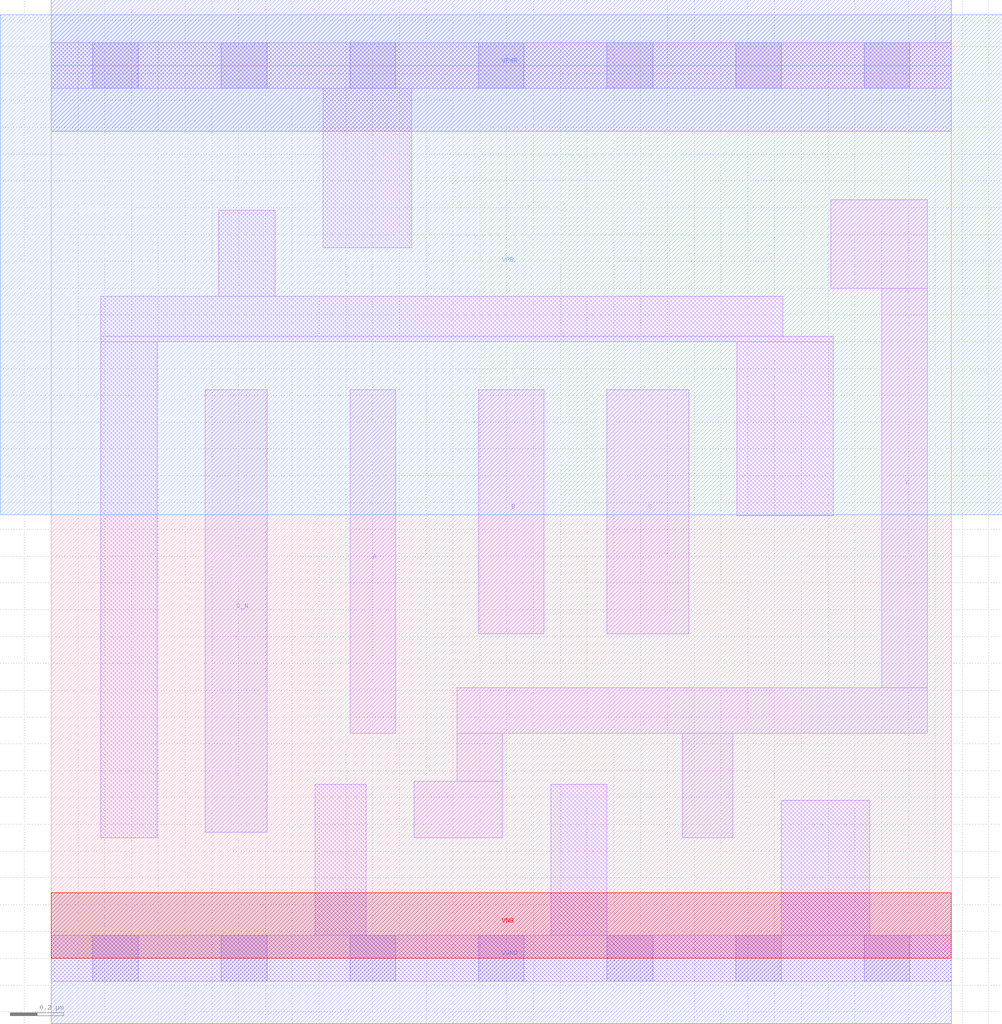
<source format=lef>
# Copyright 2020 The SkyWater PDK Authors
#
# Licensed under the Apache License, Version 2.0 (the "License");
# you may not use this file except in compliance with the License.
# You may obtain a copy of the License at
#
#     https://www.apache.org/licenses/LICENSE-2.0
#
# Unless required by applicable law or agreed to in writing, software
# distributed under the License is distributed on an "AS IS" BASIS,
# WITHOUT WARRANTIES OR CONDITIONS OF ANY KIND, either express or implied.
# See the License for the specific language governing permissions and
# limitations under the License.
#
# SPDX-License-Identifier: Apache-2.0

VERSION 5.7 ;
  NOWIREEXTENSIONATPIN ON ;
  DIVIDERCHAR "/" ;
  BUSBITCHARS "[]" ;
MACRO sky130_fd_sc_lp__nor4b_m
  CLASS CORE ;
  FOREIGN sky130_fd_sc_lp__nor4b_m ;
  ORIGIN  0.000000  0.000000 ;
  SIZE  3.360000 BY  3.330000 ;
  SYMMETRY X Y R90 ;
  SITE unit ;
  PIN A
    ANTENNAGATEAREA  0.126000 ;
    DIRECTION INPUT ;
    USE SIGNAL ;
    PORT
      LAYER li1 ;
        RECT 1.115000 0.840000 1.285000 2.120000 ;
    END
  END A
  PIN B
    ANTENNAGATEAREA  0.126000 ;
    DIRECTION INPUT ;
    USE SIGNAL ;
    PORT
      LAYER li1 ;
        RECT 1.595000 1.210000 1.840000 2.120000 ;
    END
  END B
  PIN C
    ANTENNAGATEAREA  0.126000 ;
    DIRECTION INPUT ;
    USE SIGNAL ;
    PORT
      LAYER li1 ;
        RECT 2.075000 1.210000 2.380000 2.120000 ;
    END
  END C
  PIN D_N
    ANTENNAGATEAREA  0.126000 ;
    DIRECTION INPUT ;
    USE SIGNAL ;
    PORT
      LAYER li1 ;
        RECT 0.575000 0.470000 0.805000 2.120000 ;
    END
  END D_N
  PIN Y
    ANTENNADIFFAREA  0.436800 ;
    DIRECTION OUTPUT ;
    USE SIGNAL ;
    PORT
      LAYER li1 ;
        RECT 1.355000 0.450000 1.685000 0.660000 ;
        RECT 1.515000 0.660000 1.685000 0.840000 ;
        RECT 1.515000 0.840000 3.270000 1.010000 ;
        RECT 2.355000 0.450000 2.545000 0.840000 ;
        RECT 2.910000 2.500000 3.270000 2.830000 ;
        RECT 3.100000 1.010000 3.270000 2.500000 ;
    END
  END Y
  PIN VGND
    DIRECTION INOUT ;
    USE GROUND ;
    PORT
      LAYER met1 ;
        RECT 0.000000 -0.245000 3.360000 0.245000 ;
    END
  END VGND
  PIN VNB
    DIRECTION INOUT ;
    USE GROUND ;
    PORT
      LAYER pwell ;
        RECT 0.000000 0.000000 3.360000 0.245000 ;
    END
  END VNB
  PIN VPB
    DIRECTION INOUT ;
    USE POWER ;
    PORT
      LAYER nwell ;
        RECT -0.190000 1.655000 3.550000 3.520000 ;
    END
  END VPB
  PIN VPWR
    DIRECTION INOUT ;
    USE POWER ;
    PORT
      LAYER met1 ;
        RECT 0.000000 3.085000 3.360000 3.575000 ;
    END
  END VPWR
  OBS
    LAYER li1 ;
      RECT 0.000000 -0.085000 3.360000 0.085000 ;
      RECT 0.000000  3.245000 3.360000 3.415000 ;
      RECT 0.185000  0.450000 0.395000 2.300000 ;
      RECT 0.185000  2.300000 2.920000 2.320000 ;
      RECT 0.185000  2.320000 2.730000 2.470000 ;
      RECT 0.625000  2.470000 0.835000 2.790000 ;
      RECT 0.985000  0.085000 1.175000 0.650000 ;
      RECT 1.015000  2.650000 1.345000 3.245000 ;
      RECT 1.865000  0.085000 2.075000 0.650000 ;
      RECT 2.560000  1.650000 2.920000 2.300000 ;
      RECT 2.725000  0.085000 3.055000 0.590000 ;
    LAYER mcon ;
      RECT 0.155000 -0.085000 0.325000 0.085000 ;
      RECT 0.155000  3.245000 0.325000 3.415000 ;
      RECT 0.635000 -0.085000 0.805000 0.085000 ;
      RECT 0.635000  3.245000 0.805000 3.415000 ;
      RECT 1.115000 -0.085000 1.285000 0.085000 ;
      RECT 1.115000  3.245000 1.285000 3.415000 ;
      RECT 1.595000 -0.085000 1.765000 0.085000 ;
      RECT 1.595000  3.245000 1.765000 3.415000 ;
      RECT 2.075000 -0.085000 2.245000 0.085000 ;
      RECT 2.075000  3.245000 2.245000 3.415000 ;
      RECT 2.555000 -0.085000 2.725000 0.085000 ;
      RECT 2.555000  3.245000 2.725000 3.415000 ;
      RECT 3.035000 -0.085000 3.205000 0.085000 ;
      RECT 3.035000  3.245000 3.205000 3.415000 ;
  END
END sky130_fd_sc_lp__nor4b_m
END LIBRARY

</source>
